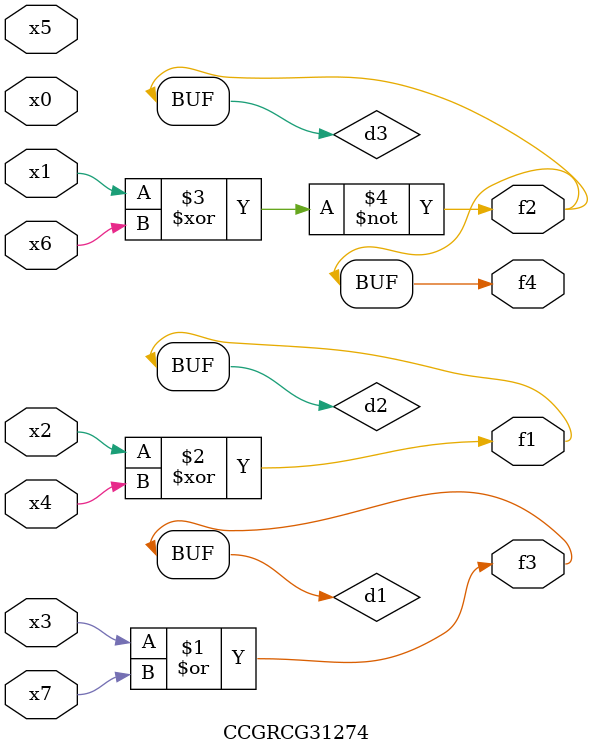
<source format=v>
module CCGRCG31274(
	input x0, x1, x2, x3, x4, x5, x6, x7,
	output f1, f2, f3, f4
);

	wire d1, d2, d3;

	or (d1, x3, x7);
	xor (d2, x2, x4);
	xnor (d3, x1, x6);
	assign f1 = d2;
	assign f2 = d3;
	assign f3 = d1;
	assign f4 = d3;
endmodule

</source>
